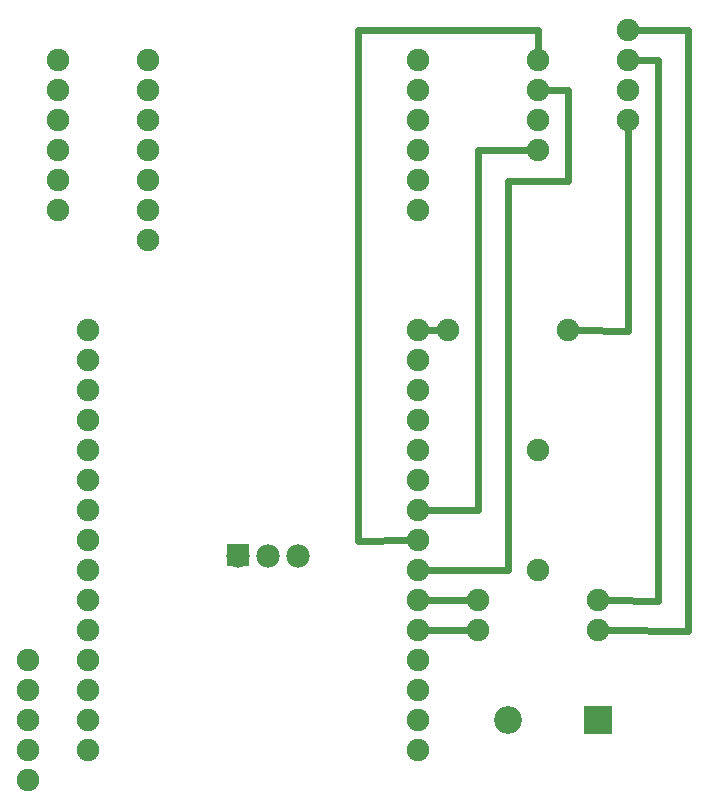
<source format=gtl>
G04 MADE WITH FRITZING*
G04 WWW.FRITZING.ORG*
G04 DOUBLE SIDED*
G04 HOLES PLATED*
G04 CONTOUR ON CENTER OF CONTOUR VECTOR*
%ASAXBY*%
%FSLAX23Y23*%
%MOIN*%
%OFA0B0*%
%SFA1.0B1.0*%
%ADD10C,0.074803*%
%ADD11C,0.075000*%
%ADD12C,0.092000*%
%ADD13C,0.078000*%
%ADD14R,0.092000X0.092000*%
%ADD15R,0.078000X0.078000*%
%ADD16C,0.024000*%
%LNCOPPER1*%
G90*
G70*
G54D10*
X287Y2497D03*
X287Y2097D03*
X287Y2397D03*
X287Y2597D03*
X287Y2297D03*
X287Y2197D03*
X1487Y2597D03*
X1487Y2497D03*
X1487Y2397D03*
X1487Y2297D03*
X1487Y2197D03*
X1487Y2097D03*
X2187Y2497D03*
X2187Y2397D03*
X2187Y2597D03*
X2187Y2697D03*
X1887Y2297D03*
X1887Y2397D03*
X1887Y2497D03*
X1887Y2597D03*
X587Y2097D03*
X587Y2197D03*
X587Y1997D03*
X587Y2297D03*
X587Y2397D03*
X587Y2597D03*
X587Y2497D03*
X187Y297D03*
X187Y397D03*
X187Y197D03*
X187Y597D03*
X187Y497D03*
X1487Y1697D03*
X1487Y1197D03*
X1487Y497D03*
X1487Y1097D03*
X1487Y397D03*
X1487Y297D03*
X1487Y1297D03*
X1487Y1597D03*
X1487Y697D03*
X1487Y1397D03*
X1487Y997D03*
X1487Y1497D03*
X1487Y797D03*
X1487Y897D03*
X1487Y597D03*
X387Y1697D03*
X387Y1497D03*
X387Y1597D03*
X387Y1297D03*
X387Y1397D03*
X387Y1197D03*
X387Y1097D03*
X387Y897D03*
X387Y997D03*
X387Y797D03*
X387Y697D03*
X387Y497D03*
X387Y597D03*
X387Y297D03*
X387Y397D03*
G54D11*
X2087Y797D03*
X1687Y797D03*
X1987Y1697D03*
X1587Y1697D03*
X2087Y697D03*
X1687Y697D03*
G54D12*
X2087Y397D03*
X1787Y397D03*
G54D13*
X1087Y946D03*
X987Y946D03*
X887Y946D03*
G54D11*
X1887Y897D03*
X1887Y1297D03*
G54D14*
X2087Y397D03*
G54D15*
X887Y947D03*
G54D16*
X1516Y1697D02*
X1558Y1697D01*
D02*
X2385Y2698D02*
X2216Y2697D01*
D02*
X2287Y2597D02*
X2216Y2597D01*
D02*
X1516Y697D02*
X1658Y697D01*
D02*
X1516Y797D02*
X1658Y797D01*
D02*
X1686Y2298D02*
X1858Y2297D01*
D02*
X1688Y1098D02*
X1686Y2298D01*
D02*
X1516Y1097D02*
X1688Y1098D01*
D02*
X2187Y2368D02*
X2188Y1696D01*
D02*
X2188Y1696D02*
X2016Y1697D01*
D02*
X2385Y2698D02*
X2388Y696D01*
D02*
X2388Y696D02*
X2116Y697D01*
D02*
X1888Y2698D02*
X1887Y2626D01*
D02*
X1288Y2697D02*
X1888Y2698D01*
D02*
X1288Y996D02*
X1288Y2697D01*
D02*
X1458Y997D02*
X1288Y996D01*
D02*
X1788Y2196D02*
X1988Y2196D01*
D02*
X1988Y2498D02*
X1916Y2497D01*
D02*
X1988Y2196D02*
X1988Y2498D01*
D02*
X1786Y897D02*
X1788Y2196D01*
D02*
X1516Y897D02*
X1786Y897D01*
D02*
X2287Y2597D02*
X2288Y796D01*
D02*
X2288Y796D02*
X2116Y797D01*
G04 End of Copper1*
M02*
</source>
